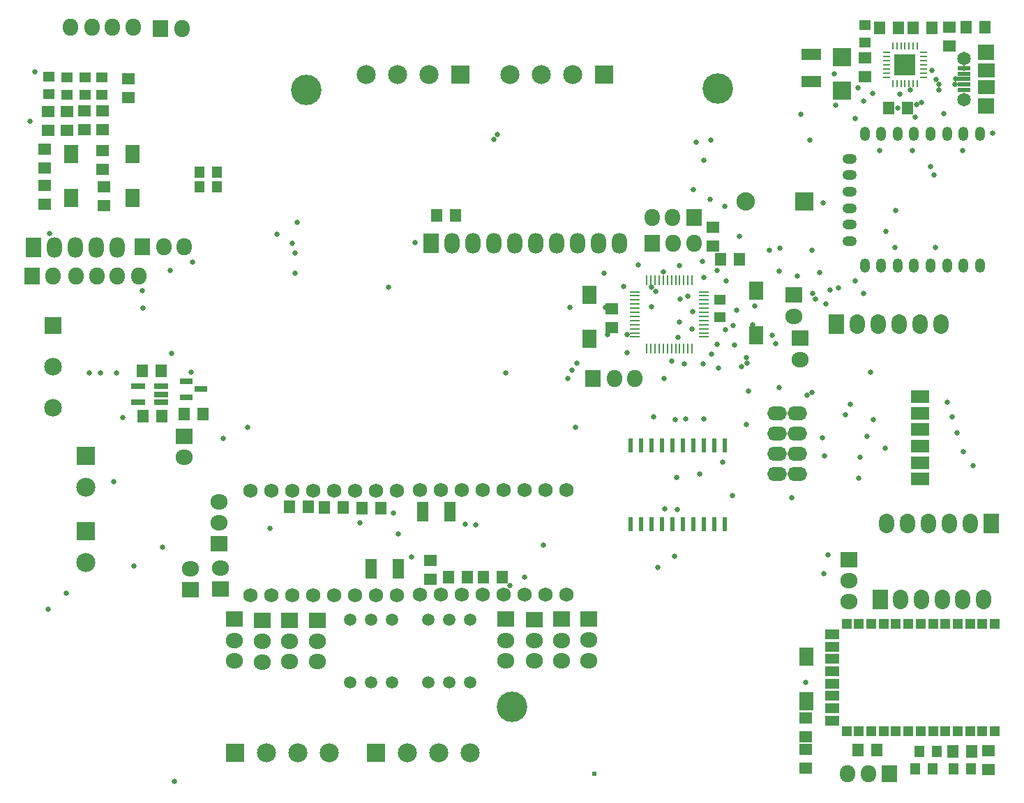
<source format=gts>
G04*
G04 #@! TF.GenerationSoftware,Altium Limited,Altium Designer,18.1.6 (161)*
G04*
G04 Layer_Color=8388736*
%FSTAX24Y24*%
%MOIN*%
G70*
G01*
G75*
%ADD28R,0.0080X0.0340*%
%ADD29R,0.0340X0.0080*%
%ADD38R,0.0210X0.0710*%
%ADD41R,0.0070X0.0460*%
%ADD42R,0.0460X0.0070*%
%ADD46R,0.0230X0.0230*%
%ADD47R,0.0830X0.0670*%
%ADD48R,0.0610X0.0240*%
%ADD49R,0.0630X0.0580*%
%ADD50R,0.0950X0.0580*%
%ADD51R,0.1000X0.1000*%
%ADD52R,0.0580X0.0630*%
%ADD53O,0.0480X0.0680*%
%ADD54O,0.0680X0.0480*%
%ADD55R,0.0552X0.0513*%
%ADD56R,0.0867X0.0867*%
%ADD57R,0.0867X0.0592*%
%ADD58R,0.0680X0.0290*%
%ADD59R,0.0600X0.0300*%
%ADD60R,0.0580X0.0950*%
%ADD61R,0.0671X0.0867*%
%ADD62R,0.0513X0.0552*%
%ADD63R,0.0474X0.0474*%
%ADD64R,0.0680X0.0474*%
%ADD65C,0.1458*%
%ADD66O,0.0750X0.0480*%
%ADD67C,0.0320*%
%ADD68C,0.0650*%
%ADD69O,0.0730X0.0830*%
%ADD70R,0.0730X0.0830*%
%ADD71O,0.0830X0.0730*%
%ADD72R,0.0830X0.0730*%
%ADD73R,0.0880X0.0880*%
%ADD74C,0.0880*%
%ADD75O,0.0940X0.0680*%
%ADD76C,0.0907*%
%ADD77R,0.0907X0.0907*%
%ADD78O,0.0730X0.0980*%
%ADD79R,0.0730X0.0980*%
%ADD80O,0.0730X0.0930*%
%ADD81R,0.0730X0.0930*%
%ADD82O,0.0730X0.0930*%
%ADD83R,0.0730X0.0930*%
%ADD84R,0.0907X0.0907*%
%ADD85C,0.0680*%
%ADD86C,0.0592*%
%ADD87C,0.0848*%
%ADD88R,0.0848X0.0848*%
%ADD89C,0.0257*%
G36*
X046645Y035027D02*
X045895D01*
Y034295D01*
X046645D01*
Y035027D01*
D02*
G37*
G36*
Y036863D02*
X045895D01*
Y037595D01*
X046645D01*
Y036863D01*
D02*
G37*
D28*
X042992Y035719D02*
D03*
X042795D02*
D03*
X042598D02*
D03*
X042402D02*
D03*
X042205D02*
D03*
X042008D02*
D03*
X041811D02*
D03*
Y037509D02*
D03*
X042008D02*
D03*
X042205D02*
D03*
X042402D02*
D03*
X042598D02*
D03*
X042795D02*
D03*
X042992D02*
D03*
D29*
X041507Y036024D02*
D03*
Y03622D02*
D03*
Y036417D02*
D03*
Y036614D02*
D03*
Y036811D02*
D03*
Y037008D02*
D03*
Y037205D02*
D03*
X043297D02*
D03*
Y037008D02*
D03*
Y036811D02*
D03*
Y036614D02*
D03*
Y036417D02*
D03*
Y03622D02*
D03*
Y036024D02*
D03*
D38*
X033785Y018415D02*
D03*
X033285D02*
D03*
X032785D02*
D03*
X032285D02*
D03*
X031785D02*
D03*
X031285D02*
D03*
X030785D02*
D03*
X030285D02*
D03*
X029785D02*
D03*
X029285D02*
D03*
Y014655D02*
D03*
X029785D02*
D03*
X030285D02*
D03*
X030785D02*
D03*
X031285D02*
D03*
X031785D02*
D03*
X032285D02*
D03*
X032785D02*
D03*
X033285D02*
D03*
X033785D02*
D03*
D41*
X032224Y023045D02*
D03*
X032028D02*
D03*
X031831D02*
D03*
X031634D02*
D03*
X031437D02*
D03*
X03124D02*
D03*
X031043D02*
D03*
X030846D02*
D03*
X03065D02*
D03*
X030453D02*
D03*
X030256D02*
D03*
X030059D02*
D03*
Y026325D02*
D03*
X030256D02*
D03*
X030453D02*
D03*
X03065D02*
D03*
X030846D02*
D03*
X031043D02*
D03*
X03124D02*
D03*
X031437D02*
D03*
X031634D02*
D03*
X031831D02*
D03*
X032028D02*
D03*
X032224D02*
D03*
D42*
X029502Y023602D02*
D03*
Y023799D02*
D03*
Y023996D02*
D03*
Y024193D02*
D03*
Y02439D02*
D03*
Y024587D02*
D03*
Y024783D02*
D03*
Y02498D02*
D03*
Y025177D02*
D03*
Y025374D02*
D03*
Y025571D02*
D03*
Y025768D02*
D03*
X032782D02*
D03*
Y025571D02*
D03*
Y025374D02*
D03*
Y025177D02*
D03*
Y02498D02*
D03*
Y024783D02*
D03*
Y024587D02*
D03*
Y02439D02*
D03*
Y024193D02*
D03*
Y023996D02*
D03*
Y023799D02*
D03*
Y023602D02*
D03*
D46*
X027559Y002717D02*
D03*
D47*
X04627Y036339D02*
D03*
Y035551D02*
D03*
D48*
X045217Y036457D02*
D03*
Y036201D02*
D03*
Y035945D02*
D03*
Y035689D02*
D03*
Y035433D02*
D03*
D49*
X001457Y03347D02*
D03*
Y03437D02*
D03*
X002362Y03347D02*
D03*
Y03437D02*
D03*
X003189Y033509D02*
D03*
Y034409D02*
D03*
X004055Y033504D02*
D03*
Y034404D02*
D03*
X044508Y037535D02*
D03*
Y038435D02*
D03*
X040472Y036063D02*
D03*
Y036963D02*
D03*
X033228Y027958D02*
D03*
Y028858D02*
D03*
X019724Y012008D02*
D03*
Y012908D02*
D03*
X028386Y024955D02*
D03*
Y024055D02*
D03*
X005276Y035939D02*
D03*
Y035039D02*
D03*
X004055Y03162D02*
D03*
Y03252D02*
D03*
X001299Y031698D02*
D03*
Y032598D02*
D03*
X004134Y029887D02*
D03*
Y030787D02*
D03*
X001299Y030866D02*
D03*
Y029966D02*
D03*
X046378Y003813D02*
D03*
Y002913D02*
D03*
X037667Y005374D02*
D03*
Y004474D02*
D03*
X037657Y003888D02*
D03*
Y002988D02*
D03*
D50*
X037913Y037126D02*
D03*
Y035826D02*
D03*
D51*
X042402Y036614D02*
D03*
D52*
X04252Y034567D02*
D03*
X04162D02*
D03*
X042795Y038386D02*
D03*
X043695D02*
D03*
X046205Y038425D02*
D03*
X045305D02*
D03*
X042087Y038386D02*
D03*
X041187D02*
D03*
X020906Y029409D02*
D03*
X020006D02*
D03*
X007958Y019921D02*
D03*
X008859D02*
D03*
X005984Y019803D02*
D03*
X006884D02*
D03*
X00685Y021969D02*
D03*
X00595D02*
D03*
X013892Y015472D02*
D03*
X012992D02*
D03*
X015551Y015462D02*
D03*
X014651D02*
D03*
X017362Y015433D02*
D03*
X016462D02*
D03*
X02225Y012126D02*
D03*
X02315D02*
D03*
X020596D02*
D03*
X021496D02*
D03*
X034498Y027333D02*
D03*
X033598D02*
D03*
X045585Y00378D02*
D03*
X044685D02*
D03*
X041063Y003858D02*
D03*
X040163D02*
D03*
D53*
X045984Y027008D02*
D03*
X045197D02*
D03*
X044409D02*
D03*
X043622D02*
D03*
X042835D02*
D03*
X042047D02*
D03*
X04126D02*
D03*
X040472D02*
D03*
Y033307D02*
D03*
X04126D02*
D03*
X042047D02*
D03*
X042835D02*
D03*
X043622D02*
D03*
X044409D02*
D03*
X045197D02*
D03*
X045984D02*
D03*
D54*
X039748Y028189D02*
D03*
Y028976D02*
D03*
Y029764D02*
D03*
Y030551D02*
D03*
Y031339D02*
D03*
Y032126D02*
D03*
D55*
X040472Y037697D02*
D03*
Y038524D02*
D03*
X033556Y025394D02*
D03*
Y024567D02*
D03*
X001496Y035217D02*
D03*
Y036043D02*
D03*
X002362Y035197D02*
D03*
Y036024D02*
D03*
X003228Y035197D02*
D03*
Y036024D02*
D03*
X004016Y035177D02*
D03*
Y036004D02*
D03*
D56*
X03937Y035394D02*
D03*
Y036969D02*
D03*
D57*
X04311Y016811D02*
D03*
Y020748D02*
D03*
Y019961D02*
D03*
Y019173D02*
D03*
Y017598D02*
D03*
Y018386D02*
D03*
D58*
X005752Y02124D02*
D03*
Y020492D02*
D03*
X006847Y02124D02*
D03*
Y020866D02*
D03*
Y020492D02*
D03*
D59*
X008053Y021477D02*
D03*
Y020727D02*
D03*
X008759Y021102D02*
D03*
D60*
X01817Y01252D02*
D03*
X01687D02*
D03*
X01935Y015236D02*
D03*
X02065D02*
D03*
D61*
X027323Y02563D02*
D03*
Y023504D02*
D03*
X035285Y025827D02*
D03*
Y023701D02*
D03*
X005472Y030236D02*
D03*
Y032362D02*
D03*
X002559Y030236D02*
D03*
Y032362D02*
D03*
X037677Y008307D02*
D03*
Y006181D02*
D03*
D62*
X008691Y031486D02*
D03*
X009518D02*
D03*
X008691Y030778D02*
D03*
X009518D02*
D03*
X043917Y00378D02*
D03*
X043091D02*
D03*
X045551Y002953D02*
D03*
X044724D02*
D03*
X042894D02*
D03*
X04372D02*
D03*
D63*
X046693Y004764D02*
D03*
X046102D02*
D03*
X045512D02*
D03*
X044921D02*
D03*
X044331D02*
D03*
X04374D02*
D03*
X04315D02*
D03*
X042559D02*
D03*
X041968D02*
D03*
X041378D02*
D03*
X040787D02*
D03*
X040197D02*
D03*
X039606D02*
D03*
Y009882D02*
D03*
X040197D02*
D03*
X040787D02*
D03*
X041378D02*
D03*
X041968D02*
D03*
X042559D02*
D03*
X04315D02*
D03*
X04374D02*
D03*
X044331D02*
D03*
X044921D02*
D03*
X045512D02*
D03*
X046102D02*
D03*
X046693D02*
D03*
D64*
X038917Y005256D02*
D03*
Y005846D02*
D03*
Y006437D02*
D03*
Y007028D02*
D03*
Y007618D02*
D03*
Y008209D02*
D03*
Y008799D02*
D03*
Y00939D02*
D03*
D65*
X023622Y005906D02*
D03*
X01378Y035433D02*
D03*
X033465Y035492D02*
D03*
D66*
X04627Y037323D02*
D03*
Y034567D02*
D03*
D67*
X046405Y037323D02*
D03*
X046135D02*
D03*
X046405Y034567D02*
D03*
X046135D02*
D03*
D68*
X045207Y036929D02*
D03*
Y034961D02*
D03*
D69*
X032309Y028071D02*
D03*
X031329D02*
D03*
X031299Y029331D02*
D03*
X030319D02*
D03*
X028508Y021614D02*
D03*
X029488D02*
D03*
X001693Y026535D02*
D03*
X00553Y038406D02*
D03*
X00452D02*
D03*
X00354D02*
D03*
X00253D02*
D03*
X006978Y027913D02*
D03*
X007958D02*
D03*
X007844Y038366D02*
D03*
X002774Y026535D02*
D03*
X003784D02*
D03*
X004764D02*
D03*
X005774D02*
D03*
X040644Y002717D02*
D03*
X039664D02*
D03*
D70*
X030319Y028071D02*
D03*
X032309Y029331D02*
D03*
X027498Y021614D02*
D03*
X000683Y026535D02*
D03*
X005968Y027913D02*
D03*
X006834Y038366D02*
D03*
X041654Y002717D02*
D03*
D71*
X007958Y017848D02*
D03*
X037392Y022533D02*
D03*
X037077Y0246D02*
D03*
X008268Y01252D02*
D03*
X009685Y012559D02*
D03*
X009606Y014734D02*
D03*
Y015714D02*
D03*
X012992Y009051D02*
D03*
Y008071D02*
D03*
X014331Y009051D02*
D03*
Y008071D02*
D03*
X010354Y009094D02*
D03*
Y008114D02*
D03*
X011693Y009045D02*
D03*
Y008065D02*
D03*
X024685Y009084D02*
D03*
Y008104D02*
D03*
X023307Y009094D02*
D03*
Y008114D02*
D03*
X027283Y009108D02*
D03*
Y008128D02*
D03*
X025984Y009094D02*
D03*
Y008114D02*
D03*
X039724Y011943D02*
D03*
Y010963D02*
D03*
D72*
X007958Y018858D02*
D03*
X037392Y023543D02*
D03*
X037077Y02561D02*
D03*
X008268Y01151D02*
D03*
X009685Y011549D02*
D03*
X009606Y013724D02*
D03*
X012992Y010061D02*
D03*
X014331D02*
D03*
X010354Y010104D02*
D03*
X011693Y010055D02*
D03*
X024685Y010094D02*
D03*
X023307Y010104D02*
D03*
X027283Y010118D02*
D03*
X025984Y010104D02*
D03*
X039724Y012953D02*
D03*
D73*
X037581Y030089D02*
D03*
D74*
X034793D02*
D03*
D75*
X036276Y019961D02*
D03*
X037244D02*
D03*
X036276Y018992D02*
D03*
X037244D02*
D03*
X036276Y018024D02*
D03*
X037244D02*
D03*
X036276Y017055D02*
D03*
X037244D02*
D03*
D76*
X023514Y036165D02*
D03*
X025014D02*
D03*
X026514D02*
D03*
X016648D02*
D03*
X018148D02*
D03*
X019648D02*
D03*
X003258Y012833D02*
D03*
X003255Y016415D02*
D03*
X02162Y00373D02*
D03*
X02012D02*
D03*
X01862D02*
D03*
X014878D02*
D03*
X013378D02*
D03*
X011878D02*
D03*
D77*
X028014Y036165D02*
D03*
X021148D02*
D03*
X01712Y00373D02*
D03*
X010378D02*
D03*
D78*
X028764Y028071D02*
D03*
X027764D02*
D03*
X025764D02*
D03*
X023764D02*
D03*
X020764D02*
D03*
X021764D02*
D03*
X022764D02*
D03*
X024764D02*
D03*
X026764D02*
D03*
X004756Y027874D02*
D03*
X001756D02*
D03*
X002756D02*
D03*
X003756D02*
D03*
D79*
X019764Y028071D02*
D03*
X000756Y027874D02*
D03*
D80*
X042512Y014685D02*
D03*
X045512D02*
D03*
X044512D02*
D03*
X043512D02*
D03*
X041512D02*
D03*
D81*
X046512D02*
D03*
D82*
X04411Y024232D02*
D03*
X04311D02*
D03*
X04211D02*
D03*
X04111D02*
D03*
X04011D02*
D03*
X046154Y011063D02*
D03*
X045165D02*
D03*
X044177D02*
D03*
X043189D02*
D03*
X042201D02*
D03*
D83*
X03911Y024232D02*
D03*
X041213Y011063D02*
D03*
D84*
X003258Y014333D02*
D03*
X003255Y017915D02*
D03*
D85*
X011118Y01626D02*
D03*
Y01126D02*
D03*
X012118D02*
D03*
X013118D02*
D03*
X014118D02*
D03*
X015118D02*
D03*
X016118D02*
D03*
X017118D02*
D03*
X018118D02*
D03*
Y01626D02*
D03*
X017118D02*
D03*
X016118D02*
D03*
X015118D02*
D03*
X014118D02*
D03*
X013118D02*
D03*
X012118D02*
D03*
X026228Y011299D02*
D03*
Y016299D02*
D03*
X025228D02*
D03*
X024228D02*
D03*
X023228D02*
D03*
X022228D02*
D03*
X021228D02*
D03*
X020228D02*
D03*
X019228D02*
D03*
Y011299D02*
D03*
X020228D02*
D03*
X021228D02*
D03*
X022228D02*
D03*
X023228D02*
D03*
X024228D02*
D03*
X025228D02*
D03*
D86*
X01589Y010083D02*
D03*
X01689D02*
D03*
X01789D02*
D03*
Y007083D02*
D03*
X01689D02*
D03*
X01589D02*
D03*
X01963Y010083D02*
D03*
X02063D02*
D03*
X02163D02*
D03*
Y007083D02*
D03*
X02063D02*
D03*
X01963D02*
D03*
D87*
X001681Y022176D02*
D03*
Y020208D02*
D03*
D88*
Y024145D02*
D03*
D89*
X003425Y02188D02*
D03*
X003937D02*
D03*
X040423Y025683D02*
D03*
X039213Y025965D02*
D03*
X038809Y025837D02*
D03*
X034834Y022619D02*
D03*
X034843Y022352D02*
D03*
X034578Y022176D02*
D03*
X036222Y023269D02*
D03*
X002323Y011339D02*
D03*
X039553Y019872D02*
D03*
X038459Y018785D02*
D03*
X018986Y02811D02*
D03*
X032244Y024813D02*
D03*
X034803Y019409D02*
D03*
X039783Y020374D02*
D03*
X032583Y017057D02*
D03*
X032293Y03064D02*
D03*
X030846Y026707D02*
D03*
X004724Y02189D02*
D03*
X00748Y002362D02*
D03*
X007274Y026801D02*
D03*
X013258Y026654D02*
D03*
X012381Y028521D02*
D03*
X013118Y028071D02*
D03*
X013246Y027611D02*
D03*
X017717Y025984D02*
D03*
X023622Y005906D02*
D03*
X000827Y03627D02*
D03*
X000571Y033907D02*
D03*
X033421Y023238D02*
D03*
X033809Y023967D02*
D03*
X005984Y02498D02*
D03*
X042158Y035218D02*
D03*
X042938Y034714D02*
D03*
X043181Y034834D02*
D03*
X005959Y02581D02*
D03*
X005551Y012638D02*
D03*
X004596Y016693D02*
D03*
X00501Y019745D02*
D03*
X008297Y021929D02*
D03*
X027303Y023514D02*
D03*
X029124Y02373D02*
D03*
X030276Y025994D02*
D03*
X044252Y034291D02*
D03*
X042894Y034104D02*
D03*
X042057Y034557D02*
D03*
X045209Y036458D02*
D03*
X043681Y036358D02*
D03*
X043691Y038386D02*
D03*
X042087D02*
D03*
X031654Y025404D02*
D03*
X032028Y025561D02*
D03*
X036429Y027856D02*
D03*
X035925Y027736D02*
D03*
X034183Y024154D02*
D03*
X035108Y024183D02*
D03*
X03185Y022333D02*
D03*
X026722Y022362D02*
D03*
X03314Y022795D02*
D03*
X04312Y020709D02*
D03*
X036378Y021181D02*
D03*
X040876Y019646D02*
D03*
X001516Y028563D02*
D03*
X008711Y030778D02*
D03*
X008695Y031476D02*
D03*
X012037Y014439D02*
D03*
X017953Y015187D02*
D03*
X01817Y014193D02*
D03*
X031624Y024331D02*
D03*
X032215Y023996D02*
D03*
X031557Y023583D02*
D03*
X02819Y023712D02*
D03*
X029656Y027049D02*
D03*
X030284Y025049D02*
D03*
X030896Y021614D02*
D03*
X023327Y02188D02*
D03*
X026496Y022028D02*
D03*
X022756Y033041D02*
D03*
X013337Y029075D02*
D03*
X026378Y025034D02*
D03*
X03047Y025783D02*
D03*
X027362Y025817D02*
D03*
X038524Y012293D02*
D03*
X03873Y013199D02*
D03*
X036998Y015915D02*
D03*
X038543Y017913D02*
D03*
X034911Y021024D02*
D03*
X033496Y022127D02*
D03*
X036038Y023691D02*
D03*
X037709Y020818D02*
D03*
X040787Y004764D02*
D03*
X041063Y003868D02*
D03*
X009833Y01875D02*
D03*
X046585Y033366D02*
D03*
X04002Y034065D02*
D03*
X037431Y034262D02*
D03*
X040138Y035522D02*
D03*
X041949Y029656D02*
D03*
X041476Y028661D02*
D03*
X043839Y027894D02*
D03*
X041919Y027874D02*
D03*
X039075Y034695D02*
D03*
X044815Y035947D02*
D03*
X044035Y035699D02*
D03*
X044783Y035689D02*
D03*
X04389Y035927D02*
D03*
X045148Y03253D02*
D03*
X044026Y035413D02*
D03*
X042756Y03252D02*
D03*
X041201Y03251D02*
D03*
X04378Y031368D02*
D03*
X043612Y031752D02*
D03*
X040848Y035257D02*
D03*
X04264Y035415D02*
D03*
X040768Y021929D02*
D03*
X040423Y034872D02*
D03*
X037904Y035807D02*
D03*
X039035Y036191D02*
D03*
X008366Y027188D02*
D03*
X022933Y033278D02*
D03*
X033228Y028858D02*
D03*
X030401Y019774D02*
D03*
X026644Y019282D02*
D03*
X041437Y018297D02*
D03*
X038307Y026683D02*
D03*
X038622Y025197D02*
D03*
X03378Y029843D02*
D03*
X03811Y025433D02*
D03*
X040591Y018858D02*
D03*
X040242Y017858D02*
D03*
X040177Y016841D02*
D03*
X044429Y020482D02*
D03*
X044656Y019774D02*
D03*
X044882Y019006D02*
D03*
X045669Y017441D02*
D03*
X045197Y01812D02*
D03*
X031476Y0169D02*
D03*
X030581Y012579D02*
D03*
X030932Y015384D02*
D03*
X031388Y01313D02*
D03*
X031506Y015354D02*
D03*
X021398Y014646D02*
D03*
X025108Y013661D02*
D03*
X0219Y014606D02*
D03*
X023525Y011733D02*
D03*
X024209Y012126D02*
D03*
X031407Y019656D02*
D03*
X031909Y019695D02*
D03*
X032782Y019685D02*
D03*
X010974Y019291D02*
D03*
X001457Y010591D02*
D03*
X036378Y026752D02*
D03*
X032717Y027205D02*
D03*
X034259Y023213D02*
D03*
X03275Y022333D02*
D03*
X033418Y026801D02*
D03*
X033504Y025285D02*
D03*
X033671Y017608D02*
D03*
X034136Y016004D02*
D03*
X037943Y020955D02*
D03*
X037972Y025683D02*
D03*
X04001Y02627D02*
D03*
X037264Y026535D02*
D03*
X034352Y024883D02*
D03*
X033865Y026273D02*
D03*
X032782Y026457D02*
D03*
X035226Y025089D02*
D03*
X034488Y028435D02*
D03*
X032411Y032904D02*
D03*
X03312Y033031D02*
D03*
X032785Y032047D02*
D03*
X0331Y030177D02*
D03*
X031604Y027018D02*
D03*
X037963Y027766D02*
D03*
X038484Y03002D02*
D03*
X037854Y033031D02*
D03*
X028937Y026024D02*
D03*
X028092Y025011D02*
D03*
X03125Y022441D02*
D03*
X037638Y007083D02*
D03*
X026299Y021614D02*
D03*
X006929Y013543D02*
D03*
X005276Y035939D02*
D03*
X002362Y035945D02*
D03*
X001496Y036043D02*
D03*
X003228Y036024D02*
D03*
X004016Y036043D02*
D03*
X028031Y026654D02*
D03*
X040787Y009882D02*
D03*
X045984Y027008D02*
D03*
X029134Y022868D02*
D03*
X007362Y022835D02*
D03*
X016339Y014734D02*
D03*
X018819Y013071D02*
D03*
M02*

</source>
